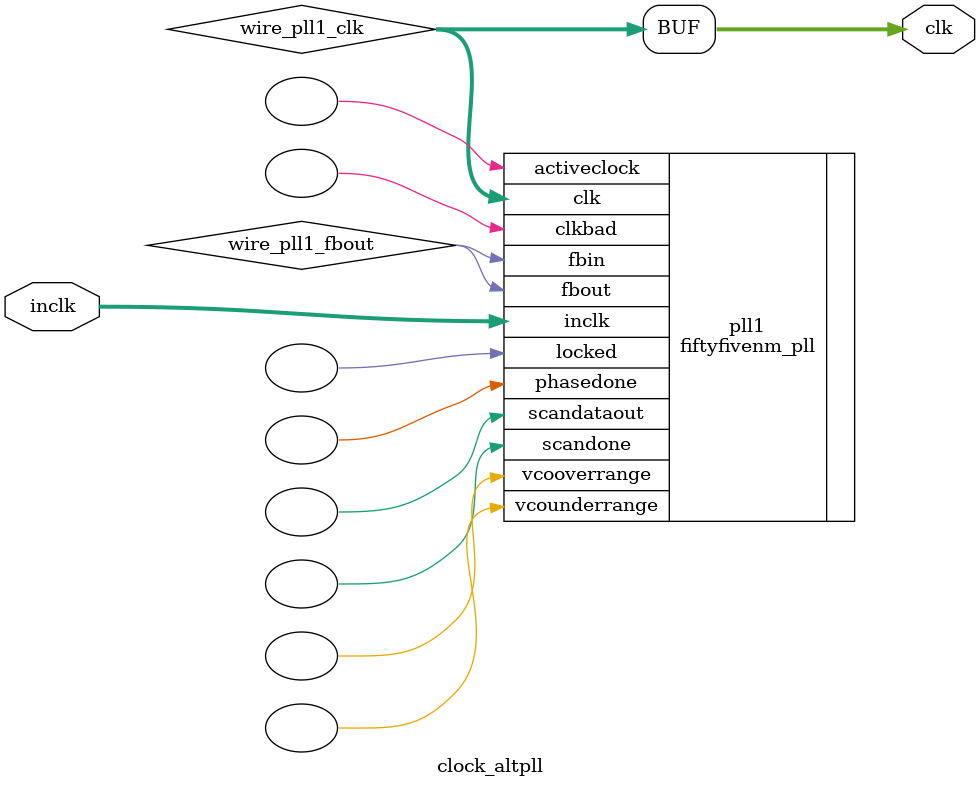
<source format=v>






//synthesis_resources = fiftyfivenm_pll 1 
//synopsys translate_off
`timescale 1 ps / 1 ps
//synopsys translate_on
module  clock_altpll
	( 
	clk,
	inclk) /* synthesis synthesis_clearbox=1 */;
	output   [4:0]  clk;
	input   [1:0]  inclk;
`ifndef ALTERA_RESERVED_QIS
// synopsys translate_off
`endif
	tri0   [1:0]  inclk;
`ifndef ALTERA_RESERVED_QIS
// synopsys translate_on
`endif

	wire  [4:0]   wire_pll1_clk;
	wire  wire_pll1_fbout;

	fiftyfivenm_pll   pll1
	( 
	.activeclock(),
	.clk(wire_pll1_clk),
	.clkbad(),
	.fbin(wire_pll1_fbout),
	.fbout(wire_pll1_fbout),
	.inclk(inclk),
	.locked(),
	.phasedone(),
	.scandataout(),
	.scandone(),
	.vcooverrange(),
	.vcounderrange()
	`ifndef FORMAL_VERIFICATION
	// synopsys translate_off
	`endif
	,
	.areset(1'b0),
	.clkswitch(1'b0),
	.configupdate(1'b0),
	.pfdena(1'b1),
	.phasecounterselect({3{1'b0}}),
	.phasestep(1'b0),
	.phaseupdown(1'b0),
	.scanclk(1'b0),
	.scanclkena(1'b1),
	.scandata(1'b0)
	`ifndef FORMAL_VERIFICATION
	// synopsys translate_on
	`endif
	);
	defparam
		pll1.bandwidth_type = "auto",
		pll1.clk0_divide_by = 2,
		pll1.clk0_duty_cycle = 50,
		pll1.clk0_multiply_by = 1,
		pll1.clk0_phase_shift = "0",
		pll1.clk1_divide_by = 10000,
		pll1.clk1_duty_cycle = 50,
		pll1.clk1_multiply_by = 1,
		pll1.clk1_phase_shift = "0",
		pll1.compensate_clock = "clk0",
		pll1.inclk0_input_frequency = 20000,
		pll1.operation_mode = "normal",
		pll1.pll_type = "auto",
		pll1.lpm_type = "fiftyfivenm_pll";
	assign
		clk = {wire_pll1_clk[4:0]};
endmodule //clock_altpll
//VALID FILE

</source>
